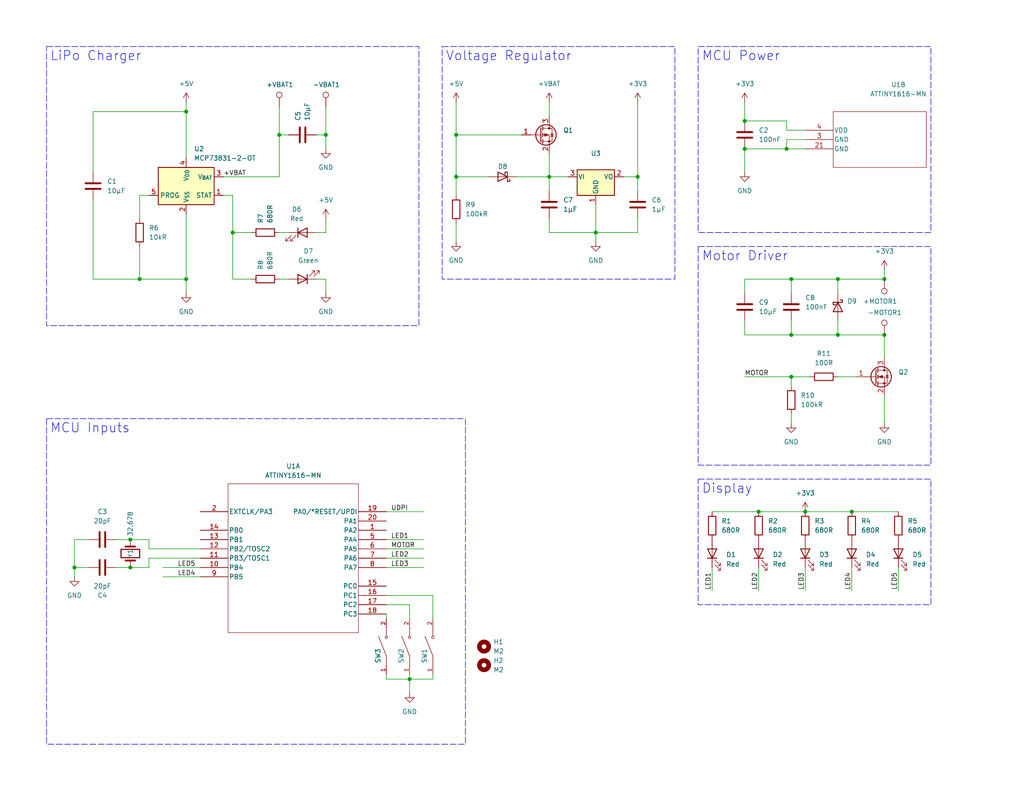
<source format=kicad_sch>
(kicad_sch (version 20250114) (generator "eeschema") (generator_version "9.0")
  (paper "USLetter")
  (title_block (title "Wearable Metronome") (rev "1") (company "Max Tarver Industries"))
  (lib_symbols
    (symbol "ATTINY1616-MN:ATTINY1616-MN" (pin_names (offset 0.254))
      (property "Reference" "U1" (at 25.4 12.446 0))
      (property "Value" "ATTINY1616-MN" (at 25.4 9.906 0))
      (symbol "ATTINY1616-MN_1_1"
        (polyline (pts (xy 7.62 7.62) (xy 7.62 -33.02)) (stroke (width 0.127)))
        (polyline (pts (xy 7.62 -33.02) (xy 43.18 -33.02)) (stroke (width 0.127)))
        (polyline (pts (xy 43.18 7.62) (xy 7.62 7.62)) (stroke (width 0.127)))
        (polyline (pts (xy 43.18 -33.02) (xy 43.18 7.62)) (stroke (width 0.127)))
        (pin bidirectional line (at 0 0 0) (length 7.62) (name "EXTCLK/PA3") (number "2"))
        (pin bidirectional line (at 0 -5.08 0) (length 7.62) (name "PB0") (number "14"))
        (pin bidirectional line (at 0 -7.62 0) (length 7.62) (name "PB1") (number "13"))
        (pin bidirectional line (at 0 -10.16 0) (length 7.62) (name "PB2/TOSC2") (number "12"))
        (pin bidirectional line (at 0 -12.7 0) (length 7.62) (name "PB3/TOSC1") (number "11"))
        (pin bidirectional line (at 0 -15.24 0) (length 7.62) (name "PB4") (number "10"))
        (pin bidirectional line (at 0 -17.78 0) (length 7.62) (name "PB5") (number "9"))
        (pin bidirectional line (at 50.8 0 180) (length 7.62) (name "PA0/*RESET/UPDI") (number "19"))
        (pin bidirectional line (at 50.8 -2.54 180) (length 7.62) (name "PA1") (number "20"))
        (pin bidirectional line (at 50.8 -5.08 180) (length 7.62) (name "PA2") (number "1"))
        (pin bidirectional line (at 50.8 -7.62 180) (length 7.62) (name "PA4") (number "5"))
        (pin bidirectional line (at 50.8 -10.16 180) (length 7.62) (name "PA5") (number "6"))
        (pin bidirectional line (at 50.8 -12.7 180) (length 7.62) (name "PA6") (number "7"))
        (pin bidirectional line (at 50.8 -15.24 180) (length 7.62) (name "PA7") (number "8"))
        (pin bidirectional line (at 50.8 -20.32 180) (length 7.62) (name "PC0") (number "15"))
        (pin bidirectional line (at 50.8 -22.86 180) (length 7.62) (name "PC1") (number "16"))
        (pin bidirectional line (at 50.8 -25.4 180) (length 7.62) (name "PC2") (number "17"))
        (pin bidirectional line (at 50.8 -27.94 180) (length 7.62) (name "PC3") (number "18"))
      )
      (symbol "ATTINY1616-MN_2_1"
        (polyline (pts (xy 7.62 5.08) (xy 7.62 -10.16)) (stroke (width 0.127)))
        (polyline (pts (xy 7.62 -10.16) (xy 33.02 -10.16)) (stroke (width 0.127)))
        (polyline (pts (xy 33.02 5.08) (xy 7.62 5.08)) (stroke (width 0.127)))
        (polyline (pts (xy 33.02 -10.16) (xy 33.02 5.08)) (stroke (width 0.127)))
        (pin power_in line (at 0 0 0) (length 7.62) (name "VDD") (number "4"))
        (pin power_out line (at 0 -2.54 0) (length 7.62) (name "GND") (number "3"))
        (pin power_out line (at 0 -5.08 0) (length 7.62) (name "GND") (number "21"))
      )
    )
    (symbol "ATTINY1616-MN_1" (pin_names (offset 0.254))
      (property "Reference" "U1" (at 25.4 12.446 0))
      (property "Value" "ATTINY1616-MN" (at 25.4 9.906 0))
      (symbol "ATTINY1616-MN_1_1_1"
        (polyline (pts (xy 7.62 7.62) (xy 7.62 -33.02)) (stroke (width 0.127)))
        (polyline (pts (xy 7.62 -33.02) (xy 43.18 -33.02)) (stroke (width 0.127)))
        (polyline (pts (xy 43.18 7.62) (xy 7.62 7.62)) (stroke (width 0.127)))
        (polyline (pts (xy 43.18 -33.02) (xy 43.18 7.62)) (stroke (width 0.127)))
        (pin bidirectional line (at 0 0 0) (length 7.62) (name "EXTCLK/PA3") (number "2"))
        (pin bidirectional line (at 0 -5.08 0) (length 7.62) (name "PB0") (number "14"))
        (pin bidirectional line (at 0 -7.62 0) (length 7.62) (name "PB1") (number "13"))
        (pin bidirectional line (at 0 -10.16 0) (length 7.62) (name "PB2/TOSC2") (number "12"))
        (pin bidirectional line (at 0 -12.7 0) (length 7.62) (name "PB3/TOSC1") (number "11"))
        (pin bidirectional line (at 0 -15.24 0) (length 7.62) (name "PB4") (number "10"))
        (pin bidirectional line (at 0 -17.78 0) (length 7.62) (name "PB5") (number "9"))
        (pin bidirectional line (at 50.8 0 180) (length 7.62) (name "PA0/*RESET/UPDI") (number "19"))
        (pin bidirectional line (at 50.8 -2.54 180) (length 7.62) (name "PA1") (number "20"))
        (pin bidirectional line (at 50.8 -5.08 180) (length 7.62) (name "PA2") (number "1"))
        (pin bidirectional line (at 50.8 -7.62 180) (length 7.62) (name "PA4") (number "5"))
        (pin bidirectional line (at 50.8 -10.16 180) (length 7.62) (name "PA5") (number "6"))
        (pin bidirectional line (at 50.8 -12.7 180) (length 7.62) (name "PA6") (number "7"))
        (pin bidirectional line (at 50.8 -15.24 180) (length 7.62) (name "PA7") (number "8"))
        (pin bidirectional line (at 50.8 -20.32 180) (length 7.62) (name "PC0") (number "15"))
        (pin bidirectional line (at 50.8 -22.86 180) (length 7.62) (name "PC1") (number "16"))
        (pin bidirectional line (at 50.8 -25.4 180) (length 7.62) (name "PC2") (number "17"))
        (pin bidirectional line (at 50.8 -27.94 180) (length 7.62) (name "PC3") (number "18"))
      )
      (symbol "ATTINY1616-MN_1_2_1"
        (polyline (pts (xy 7.62 5.08) (xy 7.62 -10.16)) (stroke (width 0.127)))
        (polyline (pts (xy 7.62 -10.16) (xy 33.02 -10.16)) (stroke (width 0.127)))
        (polyline (pts (xy 33.02 5.08) (xy 7.62 5.08)) (stroke (width 0.127)))
        (polyline (pts (xy 33.02 -10.16) (xy 33.02 5.08)) (stroke (width 0.127)))
        (pin power_in line (at 0 0 0) (length 7.62) (name "VDD") (number "4"))
        (pin power_out line (at 0 -2.54 0) (length 7.62) (name "GND") (number "3"))
        (pin power_out line (at 0 -5.08 0) (length 7.62) (name "GND") (number "21"))
      )
    )
    (symbol "Battery_Management:MCP73831-2-OT"
      (property "Reference" "U" (at -7.62 6.35 0))
      (property "Value" "MCP73831-2-OT" (at 1.27 6.35 0))
      (symbol "MCP73831-2-OT_0_1"
        (rectangle (start -7.62 5.08) (end 7.62 -5.08) (stroke (width 0.254)) (fill (type background)))
      )
      (symbol "MCP73831-2-OT_1_1"
        (pin input line (at -10.16 -2.54 0) (length 2.54) (name "PROG") (number "5"))
        (pin power_in line (at 0 7.62 270) (length 2.54) (name "V_{DD}") (number "4"))
        (pin power_in line (at 0 -7.62 90) (length 2.54) (name "V_{SS}") (number "2"))
        (pin power_out line (at 10.16 2.54 180) (length 2.54) (name "V_{BAT}") (number "3"))
        (pin tri_state line (at 10.16 -2.54 180) (length 2.54) (name "STAT") (number "1"))
      )
    )
    (symbol "Connector:TestPoint" (pin_numbers (hide yes)) (pin_names (offset 0.762) (hide yes))
      (property "Reference" "TP" (at 0 6.858 0))
      (property "Value" "TestPoint" (at 0 5.08 0))
      (symbol "TestPoint_0_1"
        (circle (center 0 3.302) (radius 0.762))
      )
      (symbol "TestPoint_1_1"
        (pin passive line (at 0 0 90) (length 2.54) (name "1") (number "1"))
      )
    )
    (symbol "Device:C" (pin_numbers (hide yes)) (pin_names (offset 0.254))
      (property "Reference" "C" (at 0.635 2.54 0))
      (property "Value" "C" (at 0.635 -2.54 0))
      (symbol "C_0_1"
        (polyline (pts (xy -2.032 0.762) (xy 2.032 0.762)) (stroke (width 0.508)))
        (polyline (pts (xy -2.032 -0.762) (xy 2.032 -0.762)) (stroke (width 0.508)))
      )
      (symbol "C_1_1"
        (pin passive line (at 0 3.81 270) (length 2.794) (name "~") (number "1"))
        (pin passive line (at 0 -3.81 90) (length 2.794) (name "~") (number "2"))
      )
    )
    (symbol "Device:Crystal" (pin_numbers (hide yes)) (pin_names (offset 1.016) (hide yes))
      (property "Reference" "Y" (at 0 3.81 0))
      (property "Value" "Crystal" (at 0 -3.81 0))
      (symbol "Crystal_0_1"
        (polyline (pts (xy -2.54 0) (xy -1.905 0)))
        (polyline (pts (xy -1.905 -1.27) (xy -1.905 1.27)) (stroke (width 0.508)))
        (rectangle (start -1.143 2.54) (end 1.143 -2.54) (stroke (width 0.3048)))
        (polyline (pts (xy 1.905 -1.27) (xy 1.905 1.27)) (stroke (width 0.508)))
        (polyline (pts (xy 2.54 0) (xy 1.905 0)))
      )
      (symbol "Crystal_1_1"
        (pin passive line (at -3.81 0 0) (length 1.27) (name "1") (number "1"))
        (pin passive line (at 3.81 0 180) (length 1.27) (name "2") (number "2"))
      )
    )
    (symbol "Device:D_Schottky" (pin_numbers (hide yes)) (pin_names (offset 1.016) (hide yes))
      (property "Reference" "D" (at 0 2.54 0))
      (property "Value" "D_Schottky" (at 0 -2.54 0))
      (symbol "D_Schottky_0_1"
        (polyline (pts (xy -1.905 0.635) (xy -1.905 1.27) (xy -1.27 1.27) (xy -1.27 -1.27) (xy -0.635 -1.27) (xy -0.635 -0.635)) (stroke (width 0.254)))
        (polyline (pts (xy 1.27 1.27) (xy 1.27 -1.27) (xy -1.27 0) (xy 1.27 1.27)) (stroke (width 0.254)))
        (polyline (pts (xy 1.27 0) (xy -1.27 0)))
      )
      (symbol "D_Schottky_1_1"
        (pin passive line (at -3.81 0 0) (length 2.54) (name "K") (number "1"))
        (pin passive line (at 3.81 0 180) (length 2.54) (name "A") (number "2"))
      )
    )
    (symbol "Device:LED" (pin_numbers (hide yes)) (pin_names (offset 1.016) (hide yes))
      (property "Reference" "D" (at 0 2.54 0))
      (property "Value" "LED" (at 0 -2.54 0))
      (symbol "LED_0_1"
        (polyline (pts (xy -3.048 -0.762) (xy -4.572 -2.286) (xy -3.81 -2.286) (xy -4.572 -2.286) (xy -4.572 -1.524)))
        (polyline (pts (xy -1.778 -0.762) (xy -3.302 -2.286) (xy -2.54 -2.286) (xy -3.302 -2.286) (xy -3.302 -1.524)))
        (polyline (pts (xy -1.27 0) (xy 1.27 0)))
        (polyline (pts (xy -1.27 -1.27) (xy -1.27 1.27)) (stroke (width 0.254)))
        (polyline (pts (xy 1.27 -1.27) (xy 1.27 1.27) (xy -1.27 0) (xy 1.27 -1.27)) (stroke (width 0.254)))
      )
      (symbol "LED_1_1"
        (pin passive line (at -3.81 0 0) (length 2.54) (name "K") (number "1"))
        (pin passive line (at 3.81 0 180) (length 2.54) (name "A") (number "2"))
      )
    )
    (symbol "Device:R" (pin_numbers (hide yes)) (pin_names (offset 0))
      (property "Reference" "R" (at 2.032 0 90))
      (property "Value" "R" (at 0 0 90))
      (symbol "R_0_1"
        (rectangle (start -1.016 -2.54) (end 1.016 2.54) (stroke (width 0.254)))
      )
      (symbol "R_1_1"
        (pin passive line (at 0 3.81 270) (length 1.27) (name "~") (number "1"))
        (pin passive line (at 0 -3.81 90) (length 1.27) (name "~") (number "2"))
      )
    )
    (symbol "Mechanical:MountingHole" (pin_names (offset 1.016)) (in_bom no)
      (property "Reference" "H" (at 0 5.08 0))
      (property "Value" "MountingHole" (at 0 3.175 0))
      (symbol "MountingHole_0_1"
        (circle (center 0 0) (radius 1.27) (stroke (width 1.27)))
      )
    )
    (symbol "Regulator_Linear:XC6206PxxxMR" (pin_names (offset 0.254))
      (property "Reference" "U" (at -3.81 3.175 0))
      (property "Value" "XC6206PxxxMR" (at 0 3.175 0))
      (symbol "XC6206PxxxMR_0_1"
        (rectangle (start -5.08 1.905) (end 5.08 -5.08) (stroke (width 0.254)) (fill (type background)))
      )
      (symbol "XC6206PxxxMR_1_1"
        (pin power_in line (at -7.62 0 0) (length 2.54) (name "VI") (number "3"))
        (pin power_in line (at 0 -7.62 90) (length 2.54) (name "GND") (number "1"))
        (pin power_out line (at 7.62 0 180) (length 2.54) (name "VO") (number "2"))
      )
    )
    (symbol "TS-1088-AR02016:TS-1088-AR02016" (pin_names (offset 1.016))
      (property "Reference" "S" (at -2.54 2.54 0))
      (property "Value" "TS-1088-AR02016" (at -2.54 -2.54 0))
      (symbol "TS-1088-AR02016_0_0"
        (polyline (pts (xy -2.54 0) (xy -5.08 0)) (stroke (width 0.1524)))
        (polyline (pts (xy -2.54 0) (xy 2.794 2.1336)) (stroke (width 0.1524)))
        (circle (center 2.54 0) (radius 0.3302) (stroke (width 0.1524)))
        (polyline (pts (xy 5.08 0) (xy 2.921 0)) (stroke (width 0.1524)))
        (pin passive line (at -7.62 0 0) (length 2.54) (name "~") (number "1"))
        (pin passive line (at 7.62 0 180) (length 2.54) (name "~") (number "2"))
      )
    )
    (symbol "Transistor_FET:AO3400A" (pin_names (offset 0) (hide yes))
      (property "Reference" "Q" (at 5.08 1.905 0))
      (property "Value" "AO3400A" (at 5.08 0 0))
      (symbol "AO3400A_0_1"
        (polyline (pts (xy 0.254 1.905) (xy 0.254 -1.905)) (stroke (width 0.254)))
        (polyline (pts (xy 0.254 0) (xy -2.54 0)))
        (polyline (pts (xy 0.762 2.286) (xy 0.762 1.27)) (stroke (width 0.254)))
        (polyline (pts (xy 0.762 0.508) (xy 0.762 -0.508)) (stroke (width 0.254)))
        (polyline (pts (xy 0.762 -1.27) (xy 0.762 -2.286)) (stroke (width 0.254)))
        (polyline (pts (xy 0.762 -1.778) (xy 3.302 -1.778) (xy 3.302 1.778) (xy 0.762 1.778)))
        (polyline (pts (xy 1.016 0) (xy 2.032 0.381) (xy 2.032 -0.381) (xy 1.016 0)) (fill (type outline)))
        (circle (center 1.651 0) (radius 2.794) (stroke (width 0.254)))
        (polyline (pts (xy 2.54 2.54) (xy 2.54 1.778)))
        (circle (center 2.54 1.778) (radius 0.254) (fill (type outline)))
        (circle (center 2.54 -1.778) (radius 0.254) (fill (type outline)))
        (polyline (pts (xy 2.54 -2.54) (xy 2.54 0) (xy 0.762 0)))
        (polyline (pts (xy 2.921 0.381) (xy 3.683 0.381)))
        (polyline (pts (xy 3.302 0.381) (xy 2.921 -0.254) (xy 3.683 -0.254) (xy 3.302 0.381)))
      )
      (symbol "AO3400A_1_1"
        (pin input line (at -5.08 0 0) (length 2.54) (name "G") (number "1"))
        (pin passive line (at 2.54 5.08 270) (length 2.54) (name "D") (number "3"))
        (pin passive line (at 2.54 -5.08 90) (length 2.54) (name "S") (number "2"))
      )
    )
    (symbol "Transistor_FET:AO3401A" (pin_names (hide yes))
      (property "Reference" "Q" (at 5.08 1.905 0))
      (property "Value" "AO3401A" (at 5.08 0 0))
      (symbol "AO3401A_0_1"
        (polyline (pts (xy 0.254 1.905) (xy 0.254 -1.905)) (stroke (width 0.254)))
        (polyline (pts (xy 0.254 0) (xy -2.54 0)))
        (polyline (pts (xy 0.762 2.286) (xy 0.762 1.27)) (stroke (width 0.254)))
        (polyline (pts (xy 0.762 1.778) (xy 3.302 1.778) (xy 3.302 -1.778) (xy 0.762 -1.778)))
        (polyline (pts (xy 0.762 0.508) (xy 0.762 -0.508)) (stroke (width 0.254)))
        (polyline (pts (xy 0.762 -1.27) (xy 0.762 -2.286)) (stroke (width 0.254)))
        (circle (center 1.651 0) (radius 2.794) (stroke (width 0.254)))
        (polyline (pts (xy 2.286 0) (xy 1.27 0.381) (xy 1.27 -0.381) (xy 2.286 0)) (fill (type outline)))
        (polyline (pts (xy 2.54 2.54) (xy 2.54 1.778)))
        (circle (center 2.54 1.778) (radius 0.254) (fill (type outline)))
        (circle (center 2.54 -1.778) (radius 0.254) (fill (type outline)))
        (polyline (pts (xy 2.54 -2.54) (xy 2.54 0) (xy 0.762 0)))
        (polyline (pts (xy 2.794 -0.508) (xy 2.921 -0.381) (xy 3.683 -0.381) (xy 3.81 -0.254)))
        (polyline (pts (xy 3.302 -0.381) (xy 2.921 0.254) (xy 3.683 0.254) (xy 3.302 -0.381)))
      )
      (symbol "AO3401A_1_1"
        (pin input line (at -5.08 0 0) (length 2.54) (name "G") (number "1"))
        (pin passive line (at 2.54 5.08 270) (length 2.54) (name "D") (number "3"))
        (pin passive line (at 2.54 -5.08 90) (length 2.54) (name "S") (number "2"))
      )
    )
    (symbol "power:+3V3" (power) (pin_numbers (hide yes)) (pin_names (offset 0) (hide yes))
      (property "Value" "+3V3" (at 0 3.556 0))
      (symbol "+3V3_0_1"
        (polyline (pts (xy -0.762 1.27) (xy 0 2.54)))
        (polyline (pts (xy 0 2.54) (xy 0.762 1.27)))
        (polyline (pts (xy 0 0) (xy 0 2.54)))
      )
      (symbol "+3V3_1_1"
        (pin power_in line (at 0 0 90) (length 0) (name "~") (number "1"))
      )
    )
    (symbol "power:+5V" (power) (pin_numbers (hide yes)) (pin_names (offset 0) (hide yes))
      (property "Value" "+5V" (at 0 3.556 0))
      (symbol "+5V_0_1"
        (polyline (pts (xy -0.762 1.27) (xy 0 2.54)))
        (polyline (pts (xy 0 2.54) (xy 0.762 1.27)))
        (polyline (pts (xy 0 0) (xy 0 2.54)))
      )
      (symbol "+5V_1_1"
        (pin power_in line (at 0 0 90) (length 0) (name "~") (number "1"))
      )
    )
    (symbol "power:GND" (power) (pin_numbers (hide yes)) (pin_names (offset 0) (hide yes))
      (property "Value" "GND" (at 0 -3.81 0))
      (symbol "GND_0_1"
        (polyline (pts (xy 0 0) (xy 0 -1.27) (xy 1.27 -1.27) (xy 0 -2.54) (xy -1.27 -1.27) (xy 0 -1.27)))
      )
      (symbol "GND_1_1"
        (pin power_in line (at 0 0 270) (length 0) (name "~") (number "1"))
      )
    )
  )
  (text_box "MCU Inputs" (at 12.7 114.3 0) (size 114.3 88.9) (margins 0.9525 0.9525 0.9525 0.9525) (stroke (width 0) (type dash)) (effects (font (size 2.54 2.54)) (justify left top)))
  (text_box "Display" (at 190.5 130.81 0) (size 63.5 34.29) (margins 0.9525 0.9525 0.9525 0.9525) (stroke (width 0) (type dash)) (effects (font (size 2.54 2.54)) (justify left top)))
  (text_box "LiPo Charger" (at 12.7 12.7 0) (size 101.6 76.2) (margins 0.9525 0.9525 0.9525 0.9525) (stroke (width 0) (type dash)) (effects (font (size 2.54 2.54)) (justify left top)))
  (text_box "MCU Power" (at 190.5 12.7 0) (size 63.5 50.8) (margins 0.9525 0.9525 0.9525 0.9525) (stroke (width 0) (type dash)) (effects (font (size 2.54 2.54)) (justify left top)))
  (text_box "Voltage Regulator" (at 120.65 12.7 0) (size 63.5 63.5) (margins 0.9525 0.9525 0.9525 0.9525) (stroke (width 0) (type dash)) (effects (font (size 2.54 2.54)) (justify left top)))
  (text_box "Motor Driver" (at 190.5 67.31 0) (size 63.5 59.69) (margins 0.9525 0.9525 0.9525 0.9525) (stroke (width 0) (type dash)) (effects (font (size 2.54 2.54)) (justify left top)))
  (junction (at 207.01 139.7))
  (junction (at 203.2 33.02))
  (junction (at 38.1 76.2))
  (junction (at 50.8 76.2))
  (junction (at 76.2 36.83))
  (junction (at 124.46 48.26))
  (junction (at 228.6 76.2))
  (junction (at 203.2 40.64))
  (junction (at 63.5 63.5))
  (junction (at 88.9 36.83))
  (junction (at 111.76 185.42))
  (junction (at 149.86 48.26))
  (junction (at 35.56 154.94))
  (junction (at 162.56 63.5))
  (junction (at 241.3 76.2))
  (junction (at 173.99 48.26))
  (junction (at 50.8 30.48))
  (junction (at 215.9 91.44))
  (junction (at 20.32 154.94))
  (junction (at 241.3 91.44))
  (junction (at 124.46 36.83))
  (junction (at 232.41 139.7))
  (junction (at 35.56 147.32))
  (junction (at 215.9 76.2))
  (junction (at 214.63 40.64))
  (junction (at 228.6 91.44))
  (junction (at 219.71 139.7))
  (junction (at 215.9 102.87))
  (wire (pts (xy 105.41 162.56) (xy 118.11 162.56)))
  (wire (pts (xy 241.3 73.66) (xy 241.3 76.2)))
  (wire (pts (xy 105.41 165.1) (xy 111.76 165.1)))
  (wire (pts (xy 50.8 27.94) (xy 50.8 30.48)))
  (wire (pts (xy 54.61 154.94) (xy 44.45 154.94)))
  (wire (pts (xy 149.86 48.26) (xy 154.94 48.26)))
  (wire (pts (xy 20.32 147.32) (xy 24.13 147.32)))
  (wire (pts (xy 149.86 41.91) (xy 149.86 48.26)))
  (wire (pts (xy 214.63 35.56) (xy 214.63 33.02)))
  (wire (pts (xy 215.9 76.2) (xy 215.9 80.01)))
  (wire (pts (xy 219.71 35.56) (xy 214.63 35.56)))
  (wire (pts (xy 162.56 55.88) (xy 162.56 63.5)))
  (wire (pts (xy 203.2 87.63) (xy 203.2 91.44)))
  (wire (pts (xy 215.9 87.63) (xy 215.9 91.44)))
  (wire (pts (xy 63.5 53.34) (xy 63.5 63.5)))
  (wire (pts (xy 219.71 139.7) (xy 207.01 139.7)))
  (wire (pts (xy 88.9 36.83) (xy 88.9 29.21)))
  (wire (pts (xy 215.9 76.2) (xy 228.6 76.2)))
  (wire (pts (xy 173.99 63.5) (xy 173.99 59.69)))
  (wire (pts (xy 50.8 30.48) (xy 25.4 30.48)))
  (wire (pts (xy 219.71 154.94) (xy 219.71 161.29)))
  (wire (pts (xy 232.41 139.7) (xy 245.11 139.7)))
  (wire (pts (xy 162.56 63.5) (xy 173.99 63.5)))
  (wire (pts (xy 203.2 102.87) (xy 215.9 102.87)))
  (wire (pts (xy 124.46 48.26) (xy 133.35 48.26)))
  (wire (pts (xy 31.75 154.94) (xy 35.56 154.94)))
  (wire (pts (xy 124.46 60.96) (xy 124.46 66.04)))
  (wire (pts (xy 105.41 147.32) (xy 115.57 147.32)))
  (wire (pts (xy 50.8 58.42) (xy 50.8 76.2)))
  (wire (pts (xy 215.9 91.44) (xy 228.6 91.44)))
  (wire (pts (xy 228.6 87.63) (xy 228.6 91.44)))
  (wire (pts (xy 241.3 107.95) (xy 241.3 115.57)))
  (wire (pts (xy 124.46 36.83) (xy 142.24 36.83)))
  (wire (pts (xy 124.46 48.26) (xy 124.46 53.34)))
  (wire (pts (xy 25.4 30.48) (xy 25.4 46.99)))
  (wire (pts (xy 86.36 36.83) (xy 88.9 36.83)))
  (wire (pts (xy 203.2 46.99) (xy 203.2 40.64)))
  (wire (pts (xy 20.32 154.94) (xy 24.13 154.94)))
  (wire (pts (xy 118.11 184.15) (xy 118.11 185.42)))
  (wire (pts (xy 25.4 76.2) (xy 38.1 76.2)))
  (wire (pts (xy 31.75 147.32) (xy 35.56 147.32)))
  (wire (pts (xy 203.2 27.94) (xy 203.2 33.02)))
  (wire (pts (xy 214.63 40.64) (xy 219.71 40.64)))
  (wire (pts (xy 76.2 36.83) (xy 76.2 48.26)))
  (wire (pts (xy 207.01 139.7) (xy 194.31 139.7)))
  (wire (pts (xy 214.63 40.64) (xy 214.63 38.1)))
  (wire (pts (xy 149.86 63.5) (xy 162.56 63.5)))
  (wire (pts (xy 111.76 185.42) (xy 111.76 189.23)))
  (wire (pts (xy 149.86 27.94) (xy 149.86 31.75)))
  (wire (pts (xy 232.41 154.94) (xy 232.41 161.29)))
  (wire (pts (xy 38.1 76.2) (xy 50.8 76.2)))
  (wire (pts (xy 40.64 149.86) (xy 54.61 149.86)))
  (wire (pts (xy 105.41 152.4) (xy 115.57 152.4)))
  (wire (pts (xy 149.86 48.26) (xy 149.86 52.07)))
  (wire (pts (xy 203.2 80.01) (xy 203.2 76.2)))
  (wire (pts (xy 214.63 38.1) (xy 219.71 38.1)))
  (wire (pts (xy 111.76 185.42) (xy 105.41 185.42)))
  (wire (pts (xy 124.46 36.83) (xy 124.46 48.26)))
  (wire (pts (xy 124.46 27.94) (xy 124.46 36.83)))
  (wire (pts (xy 76.2 36.83) (xy 78.74 36.83)))
  (wire (pts (xy 219.71 139.7) (xy 232.41 139.7)))
  (wire (pts (xy 76.2 48.26) (xy 60.96 48.26)))
  (wire (pts (xy 118.11 162.56) (xy 118.11 168.91)))
  (wire (pts (xy 63.5 63.5) (xy 63.5 76.2)))
  (wire (pts (xy 170.18 48.26) (xy 173.99 48.26)))
  (wire (pts (xy 105.41 167.64) (xy 105.41 168.91)))
  (wire (pts (xy 105.41 149.86) (xy 115.57 149.86)))
  (wire (pts (xy 88.9 36.83) (xy 88.9 40.64)))
  (wire (pts (xy 228.6 102.87) (xy 233.68 102.87)))
  (wire (pts (xy 54.61 157.48) (xy 44.45 157.48)))
  (wire (pts (xy 76.2 63.5) (xy 78.74 63.5)))
  (wire (pts (xy 63.5 53.34) (xy 60.96 53.34)))
  (wire (pts (xy 105.41 184.15) (xy 105.41 185.42)))
  (wire (pts (xy 40.64 154.94) (xy 40.64 152.4)))
  (wire (pts (xy 214.63 33.02) (xy 203.2 33.02)))
  (wire (pts (xy 38.1 67.31) (xy 38.1 76.2)))
  (wire (pts (xy 50.8 80.01) (xy 50.8 76.2)))
  (wire (pts (xy 149.86 59.69) (xy 149.86 63.5)))
  (wire (pts (xy 203.2 76.2) (xy 215.9 76.2)))
  (wire (pts (xy 111.76 165.1) (xy 111.76 168.91)))
  (wire (pts (xy 228.6 91.44) (xy 241.3 91.44)))
  (wire (pts (xy 50.8 30.48) (xy 50.8 43.18)))
  (wire (pts (xy 241.3 91.44) (xy 241.3 97.79)))
  (wire (pts (xy 78.74 76.2) (xy 76.2 76.2)))
  (wire (pts (xy 162.56 63.5) (xy 162.56 66.04)))
  (wire (pts (xy 194.31 154.94) (xy 194.31 161.29)))
  (wire (pts (xy 215.9 105.41) (xy 215.9 102.87)))
  (wire (pts (xy 38.1 59.69) (xy 38.1 53.34)))
  (wire (pts (xy 35.56 154.94) (xy 40.64 154.94)))
  (wire (pts (xy 40.64 152.4) (xy 54.61 152.4)))
  (wire (pts (xy 88.9 63.5) (xy 86.36 63.5)))
  (wire (pts (xy 140.97 48.26) (xy 149.86 48.26)))
  (wire (pts (xy 245.11 154.94) (xy 245.11 161.29)))
  (wire (pts (xy 111.76 184.15) (xy 111.76 185.42)))
  (wire (pts (xy 111.76 185.42) (xy 118.11 185.42)))
  (wire (pts (xy 215.9 113.03) (xy 215.9 115.57)))
  (wire (pts (xy 105.41 139.7) (xy 115.57 139.7)))
  (wire (pts (xy 207.01 154.94) (xy 207.01 161.29)))
  (wire (pts (xy 215.9 102.87) (xy 220.98 102.87)))
  (wire (pts (xy 203.2 40.64) (xy 214.63 40.64)))
  (wire (pts (xy 88.9 76.2) (xy 86.36 76.2)))
  (wire (pts (xy 20.32 157.48) (xy 20.32 154.94)))
  (wire (pts (xy 25.4 54.61) (xy 25.4 76.2)))
  (wire (pts (xy 105.41 154.94) (xy 115.57 154.94)))
  (wire (pts (xy 63.5 63.5) (xy 68.58 63.5)))
  (wire (pts (xy 40.64 147.32) (xy 40.64 149.86)))
  (wire (pts (xy 88.9 59.69) (xy 88.9 63.5)))
  (wire (pts (xy 228.6 80.01) (xy 228.6 76.2)))
  (wire (pts (xy 38.1 53.34) (xy 40.64 53.34)))
  (wire (pts (xy 203.2 91.44) (xy 215.9 91.44)))
  (wire (pts (xy 173.99 48.26) (xy 173.99 52.07)))
  (wire (pts (xy 228.6 76.2) (xy 241.3 76.2)))
  (wire (pts (xy 88.9 80.01) (xy 88.9 76.2)))
  (wire (pts (xy 20.32 147.32) (xy 20.32 154.94)))
  (wire (pts (xy 76.2 29.21) (xy 76.2 36.83)))
  (wire (pts (xy 35.56 147.32) (xy 40.64 147.32)))
  (wire (pts (xy 63.5 76.2) (xy 68.58 76.2)))
  (wire (pts (xy 173.99 27.94) (xy 173.99 48.26)))
  (label "LED5" (at 245.11 156.21 270))
  (label "LED1" (at 106.68 147.32 0))
  (label "LED1" (at 194.31 156.21 270))
  (label "+VBAT" (at 60.96 48.26 0))
  (label "LED3" (at 106.68 154.94 0))
  (label "MOTOR" (at 203.2 102.87 0))
  (label "LED4" (at 53.34 157.48 180))
  (label "LED3" (at 219.71 156.21 270))
  (label "UDPI" (at 106.68 139.7 0))
  (label "LED4" (at 232.41 156.21 270))
  (label "LED5" (at 53.34 154.94 180))
  (label "LED2" (at 207.01 156.21 270))
  (label "MOTOR" (at 106.68 149.86 0))
  (label "LED2" (at 106.68 152.4 0))
  (symbol (lib_name "ATTINY1616-MN_1") (lib_id "ATTINY1616-MN:ATTINY1616-MN") (at 54.61 139.7 0) (unit 1)
    (property "Reference" "U1" (at 80.01 127.254 0))
    (property "Value" "ATTINY1616-MN" (at 80.01 129.794 0))
    (property "Footprint" "ATTINY1616-MR:VQFN20_REB_MCH" (effects (hide yes)))
    (property "Datasheet" "ATTINY1616-MN" (effects (hide yes)))
  )
  (symbol (lib_id "power:+5V") (at 88.9 59.69 0) (unit 1)
    (property "Reference" "#PWR08" (effects (hide yes)))
    (property "Value" "+5V" (at 88.9 54.61 0))
    (property "Description" "Power symbol creates a global label with name \"+5V\"" (effects (hide yes)))
  )
  (symbol (lib_id "Device:LED") (at 194.31 151.13 90) (unit 1)
    (property "Reference" "D1" (at 198.12 151.4474 90) (effects (justify right)))
    (property "Value" "Red" (at 198.12 153.9874 90) (effects (justify right)))
    (property "Footprint" "LED_SMD:LED_0402_1005Metric" (effects (hide yes)))
    (property "Description" "Light emitting diode" (effects (hide yes)))
    (property "Sim.Pins" "1=K 2=A" (effects (hide yes)))
  )
  (symbol (lib_id "power:+3V3") (at 203.2 27.94 0) (unit 1)
    (property "Reference" "#PWR02" (effects (hide yes)))
    (property "Value" "+3V3" (at 203.2 22.86 0))
    (property "Description" "Power symbol creates a global label with name \"+3V3\"" (effects (hide yes)))
  )
  (symbol (lib_id "Device:Crystal") (at 35.56 151.13 90) (unit 1)
    (property "Reference" "Y1" (at 35.56 151.13 0))
    (property "Value" "32.678" (at 35.56 143.002 0))
    (property "Footprint" "Crystal:Crystal_SMD_3215-2Pin_3.2x1.5mm" (effects (hide yes)))
    (property "Description" "Two pin crystal" (effects (hide yes)))
  )
  (symbol (lib_id "Transistor_FET:AO3400A") (at 238.76 102.87 0) (unit 1)
    (property "Reference" "Q2" (at 245.11 101.5999 0) (effects (justify left)))
    (property "Value" "AO3400A" (effects (hide yes)))
    (property "Footprint" "Package_TO_SOT_SMD:SOT-23" (effects (hide yes)))
    (property "Datasheet" "http://www.aosmd.com/pdfs/datasheet/AO3400A.pdf" (effects (hide yes)))
    (property "Description" "30V Vds, 5.7A Id, N-Channel MOSFET, SOT-23" (effects (hide yes)))
  )
  (symbol (lib_id "Device:LED") (at 82.55 76.2 180) (unit 1)
    (property "Reference" "D7" (at 84.1375 68.58 0))
    (property "Value" "Green" (at 84.1375 71.12 0))
    (property "Footprint" "LED_SMD:LED_0402_1005Metric" (effects (hide yes)))
    (property "Description" "Light emitting diode" (effects (hide yes)))
    (property "Sim.Pins" "1=K 2=A" (effects (hide yes)))
  )
  (symbol (lib_id "Connector:TestPoint") (at 76.2 29.21 0) (unit 1)
    (property "Reference" "+VBAT1" (at 72.644 23.114 0) (effects (justify left)))
    (property "Footprint" "TestPoint:TestPoint_THTPad_1.5x1.5mm_Drill0.7mm" (effects (hide yes)))
    (property "Description" "test point" (effects (hide yes)))
  )
  (symbol (lib_id "TS-1088-AR02016:TS-1088-AR02016") (at 118.11 176.53 90) (unit 1)
    (property "Reference" "SW1" (at 115.824 179.07 0))
    (property "Value" "SW_Push" (effects (hide yes)))
    (property "Footprint" "TS-1088-AR02016:SW_TS-1088-AR02016" (effects (hide yes)))
    (property "Description" "Push button switch, generic, two pins" (effects (hide yes)))
    (property "MF" "Xunpu" (effects (hide yes)))
    (property "MAXIMUM_PACKAGE_HEIGHT" "2.0 mm" (effects (hide yes)))
    (property "Package" "Package" (effects (hide yes)))
    (property "Price" "None" (effects (hide yes)))
    (property "Check_prices" "https://www.snapeda.com/parts/TS-1088-AR02016/Xunpu/view-part/?ref=eda" (effects (hide yes)))
    (property "STANDARD" "Manufacturer Recommendations" (effects (hide yes)))
    (property "PARTREV" "N/A" (effects (hide yes)))
    (property "SnapEDA_Link" "https://www.snapeda.com/parts/TS-1088-AR02016/Xunpu/view-part/?ref=snap" (effects (hide yes)))
    (property "MP" "TS-1088-AR02016" (effects (hide yes)))
    (property "Description_1" "50mA 4mm 100MΩ 100,000 Times 12V 160gf 3mm 2mm Round Button Vertical welding SPST SMD Tactile Switches ROHS" (effects (hide yes)))
    (property "Availability" "Not in stock" (effects (hide yes)))
    (property "MANUFACTURER" "Xunpu" (effects (hide yes)))
  )
  (symbol (lib_id "Connector:TestPoint") (at 88.9 29.21 0) (unit 1)
    (property "Reference" "-VBAT1" (at 85.344 23.114 0) (effects (justify left)))
    (property "Footprint" "TestPoint:TestPoint_THTPad_D1.5mm_Drill0.7mm" (effects (hide yes)))
    (property "Description" "test point" (effects (hide yes)))
  )
  (symbol (lib_id "Device:C") (at 203.2 83.82 0) (unit 1)
    (property "Reference" "C9" (at 207.01 82.5499 0) (effects (justify left)))
    (property "Value" "10μF" (at 207.01 85.0899 0) (effects (justify left)))
    (property "Footprint" "Capacitor_SMD:C_0402_1005Metric" (effects (hide yes)))
    (property "Description" "Unpolarized capacitor" (effects (hide yes)))
  )
  (symbol (lib_id "power:GND") (at 88.9 40.64 0) (unit 1)
    (property "Reference" "#PWR09" (effects (hide yes)))
    (property "Value" "GND" (at 88.9 45.72 0))
    (property "Description" "Power symbol creates a global label with name \"GND\" , ground" (effects (hide yes)))
  )
  (symbol (lib_id "Device:D_Schottky") (at 228.6 83.82 270) (unit 1)
    (property "Reference" "D9" (at 231.14 82.2324 90) (effects (justify left)))
    (property "Value" "D_Schottky" (effects (hide yes)))
    (property "Footprint" "Diode_SMD:D_SOD-123" (effects (hide yes)))
    (property "Description" "Schottky diode" (effects (hide yes)))
  )
  (symbol (lib_id "power:GND") (at 20.32 157.48 0) (unit 1)
    (property "Reference" "#PWR04" (effects (hide yes)))
    (property "Value" "GND" (at 20.32 162.56 0))
    (property "Description" "Power symbol creates a global label with name \"GND\" , ground" (effects (hide yes)))
  )
  (symbol (lib_id "Device:C") (at 149.86 55.88 0) (unit 1)
    (property "Reference" "C7" (at 153.67 54.6099 0) (effects (justify left)))
    (property "Value" "1μF" (at 153.67 57.1499 0) (effects (justify left)))
    (property "Footprint" "Capacitor_SMD:C_0402_1005Metric" (effects (hide yes)))
    (property "Description" "Unpolarized capacitor" (effects (hide yes)))
  )
  (symbol (lib_id "power:GND") (at 50.8 80.01 0) (unit 1)
    (property "Reference" "#PWR07" (effects (hide yes)))
    (property "Value" "GND" (at 50.8 85.09 0))
    (property "Description" "Power symbol creates a global label with name \"GND\" , ground" (effects (hide yes)))
  )
  (symbol (lib_id "Device:C") (at 82.55 36.83 90) (unit 1)
    (property "Reference" "C5" (at 81.2799 33.02 0) (effects (justify left)))
    (property "Value" "10μF" (at 83.8199 33.02 0) (effects (justify left)))
    (property "Footprint" "Capacitor_SMD:C_0402_1005Metric" (effects (hide yes)))
    (property "Description" "Unpolarized capacitor" (effects (hide yes)))
  )
  (symbol (lib_id "power:+3V3") (at 241.3 73.66 0) (unit 1)
    (property "Reference" "#PWR017" (effects (hide yes)))
    (property "Value" "+3V3" (at 241.3 68.58 0))
    (property "Description" "Power symbol creates a global label with name \"+3V3\"" (effects (hide yes)))
  )
  (symbol (lib_id "power:+5V") (at 50.8 27.94 0) (unit 1)
    (property "Reference" "#PWR01" (effects (hide yes)))
    (property "Value" "+5V" (at 50.8 22.86 0))
    (property "Description" "Power symbol creates a global label with name \"+5V\"" (effects (hide yes)))
  )
  (symbol (lib_id "Device:LED") (at 219.71 151.13 90) (unit 1)
    (property "Reference" "D3" (at 223.52 151.4474 90) (effects (justify right)))
    (property "Value" "Red" (at 223.52 153.9874 90) (effects (justify right)))
    (property "Footprint" "LED_SMD:LED_0402_1005Metric" (effects (hide yes)))
    (property "Description" "Light emitting diode" (effects (hide yes)))
    (property "Sim.Pins" "1=K 2=A" (effects (hide yes)))
  )
  (symbol (lib_id "Regulator_Linear:XC6206PxxxMR") (at 162.56 48.26 0) (unit 1)
    (property "Reference" "U3" (at 162.56 41.91 0))
    (property "Value" "XC6206PxxxMR" (effects (hide yes)))
    (property "Footprint" "Package_TO_SOT_SMD:SOT-23-3" (effects (hide yes)))
    (property "Datasheet" "https://www.torexsemi.com/file/xc6206/XC6206.pdf" (effects (hide yes)))
    (property "Description" "Positive 60-250mA Low Dropout Regulator, Fixed Output, SOT-23" (effects (hide yes)))
  )
  (symbol (lib_id "Mechanical:MountingHole") (at 132.08 176.53 0) (unit 1) (in_bom no)
    (property "Reference" "H1" (at 134.62 175.2599 0) (effects (justify left)))
    (property "Value" "M2" (at 134.62 177.7999 0) (effects (justify left)))
    (property "Footprint" "MountingHole:MountingHole_2.2mm_M2" (effects (hide yes)))
    (property "Description" "Mounting Hole without connection" (effects (hide yes)))
  )
  (symbol (lib_id "power:GND") (at 215.9 115.57 0) (unit 1)
    (property "Reference" "#PWR018" (effects (hide yes)))
    (property "Value" "GND" (at 215.9 120.65 0))
    (property "Description" "Power symbol creates a global label with name \"GND\" , ground" (effects (hide yes)))
  )
  (symbol (lib_id "Device:LED") (at 82.55 63.5 0) (unit 1)
    (property "Reference" "D6" (at 80.9625 57.15 0))
    (property "Value" "Red" (at 80.9625 59.69 0))
    (property "Footprint" "LED_SMD:LED_0402_1005Metric" (effects (hide yes)))
    (property "Description" "Light emitting diode" (effects (hide yes)))
    (property "Sim.Pins" "1=K 2=A" (effects (hide yes)))
  )
  (symbol (lib_id "ATTINY1616-MN:ATTINY1616-MN") (at 219.71 35.56 0) (unit 2)
    (property "Reference" "U1" (at 245.11 23.114 0))
    (property "Value" "ATTINY1616-MN" (at 245.11 25.654 0))
    (property "Footprint" "ATTINY1616-MR:VQFN20_REB_MCH" (effects (hide yes)))
    (property "Datasheet" "ATTINY1616-MN" (effects (hide yes)))
  )
  (symbol (lib_id "power:GND") (at 241.3 115.57 0) (unit 1)
    (property "Reference" "#PWR016" (effects (hide yes)))
    (property "Value" "GND" (at 241.3 120.65 0))
    (property "Description" "Power symbol creates a global label with name \"GND\" , ground" (effects (hide yes)))
  )
  (symbol (lib_id "Device:D_Schottky") (at 137.16 48.26 180) (unit 1)
    (property "Reference" "D8" (at 137.16 45.466 0))
    (property "Value" "D_Schottky" (effects (hide yes)))
    (property "Footprint" "Diode_SMD:D_SOD-123" (effects (hide yes)))
    (property "Description" "Schottky diode" (effects (hide yes)))
  )
  (symbol (lib_id "Device:LED") (at 232.41 151.13 90) (unit 1)
    (property "Reference" "D4" (at 236.22 151.4474 90) (effects (justify right)))
    (property "Value" "Red" (at 236.22 153.9874 90) (effects (justify right)))
    (property "Footprint" "LED_SMD:LED_0402_1005Metric" (effects (hide yes)))
    (property "Description" "Light emitting diode" (effects (hide yes)))
    (property "Sim.Pins" "1=K 2=A" (effects (hide yes)))
  )
  (symbol (lib_id "power:+3V3") (at 219.71 139.7 0) (unit 1)
    (property "Reference" "#PWR06" (effects (hide yes)))
    (property "Value" "+3V3" (at 219.71 134.62 0))
    (property "Description" "Power symbol creates a global label with name \"+3V3\"" (effects (hide yes)))
  )
  (symbol (lib_id "Device:R") (at 207.01 143.51 0) (unit 1)
    (property "Reference" "R2" (at 209.55 142.2399 0) (effects (justify left)))
    (property "Value" "680R" (at 209.55 144.7799 0) (effects (justify left)))
    (property "Footprint" "Capacitor_SMD:C_0402_1005Metric" (effects (hide yes)))
    (property "Description" "Resistor" (effects (hide yes)))
  )
  (symbol (lib_id "Device:R") (at 245.11 143.51 0) (unit 1)
    (property "Reference" "R5" (at 247.65 142.2399 0) (effects (justify left)))
    (property "Value" "680R" (at 247.65 144.7799 0) (effects (justify left)))
    (property "Footprint" "Capacitor_SMD:C_0402_1005Metric" (effects (hide yes)))
    (property "Description" "Resistor" (effects (hide yes)))
  )
  (symbol (lib_id "Device:C") (at 25.4 50.8 0) (unit 1)
    (property "Reference" "C1" (at 29.21 49.5299 0) (effects (justify left)))
    (property "Value" "10μF" (at 29.21 52.0699 0) (effects (justify left)))
    (property "Footprint" "Capacitor_SMD:C_0402_1005Metric" (effects (hide yes)))
    (property "Description" "Unpolarized capacitor" (effects (hide yes)))
  )
  (symbol (lib_id "TS-1088-AR02016:TS-1088-AR02016") (at 111.76 176.53 90) (unit 1)
    (property "Reference" "SW2" (at 109.474 179.07 0))
    (property "Value" "SW_Push" (effects (hide yes)))
    (property "Footprint" "TS-1088-AR02016:SW_TS-1088-AR02016" (effects (hide yes)))
    (property "Description" "Push button switch, generic, two pins" (effects (hide yes)))
    (property "MF" "Xunpu" (effects (hide yes)))
    (property "MAXIMUM_PACKAGE_HEIGHT" "2.0 mm" (effects (hide yes)))
    (property "Package" "Package" (effects (hide yes)))
    (property "Price" "None" (effects (hide yes)))
    (property "Check_prices" "https://www.snapeda.com/parts/TS-1088-AR02016/Xunpu/view-part/?ref=eda" (effects (hide yes)))
    (property "STANDARD" "Manufacturer Recommendations" (effects (hide yes)))
    (property "PARTREV" "N/A" (effects (hide yes)))
    (property "SnapEDA_Link" "https://www.snapeda.com/parts/TS-1088-AR02016/Xunpu/view-part/?ref=snap" (effects (hide yes)))
    (property "MP" "TS-1088-AR02016" (effects (hide yes)))
    (property "Description_1" "50mA 4mm 100MΩ 100,000 Times 12V 160gf 3mm 2mm Round Button Vertical welding SPST SMD Tactile Switches ROHS" (effects (hide yes)))
    (property "Availability" "Not in stock" (effects (hide yes)))
    (property "MANUFACTURER" "Xunpu" (effects (hide yes)))
  )
  (symbol (lib_id "Device:R") (at 72.39 63.5 90) (unit 1)
    (property "Reference" "R7" (at 71.1199 60.96 0) (effects (justify left)))
    (property "Value" "680R" (at 73.6599 60.96 0) (effects (justify left)))
    (property "Footprint" "Capacitor_SMD:C_0402_1005Metric" (effects (hide yes)))
    (property "Description" "Resistor" (effects (hide yes)))
  )
  (symbol (lib_id "Mechanical:MountingHole") (at 132.08 181.61 0) (unit 1) (in_bom no)
    (property "Reference" "H2" (at 134.62 180.3399 0) (effects (justify left)))
    (property "Value" "M2" (at 134.62 182.8799 0) (effects (justify left)))
    (property "Footprint" "MountingHole:MountingHole_2.2mm_M2" (effects (hide yes)))
    (property "Description" "Mounting Hole without connection" (effects (hide yes)))
  )
  (symbol (lib_id "power:+3V3") (at 173.99 27.94 0) (unit 1)
    (property "Reference" "#PWR012" (effects (hide yes)))
    (property "Value" "+3V3" (at 173.99 22.86 0))
    (property "Description" "Power symbol creates a global label with name \"+3V3\"" (effects (hide yes)))
  )
  (symbol (lib_id "Device:LED") (at 245.11 151.13 90) (unit 1)
    (property "Reference" "D5" (at 248.92 151.4474 90) (effects (justify right)))
    (property "Value" "Red" (at 248.92 153.9874 90) (effects (justify right)))
    (property "Footprint" "LED_SMD:LED_0402_1005Metric" (effects (hide yes)))
    (property "Description" "Light emitting diode" (effects (hide yes)))
    (property "Sim.Pins" "1=K 2=A" (effects (hide yes)))
  )
  (symbol (lib_id "Device:C") (at 173.99 55.88 0) (unit 1)
    (property "Reference" "C6" (at 177.8 54.6099 0) (effects (justify left)))
    (property "Value" "1μF" (at 177.8 57.1499 0) (effects (justify left)))
    (property "Footprint" "Capacitor_SMD:C_0402_1005Metric" (effects (hide yes)))
    (property "Description" "Unpolarized capacitor" (effects (hide yes)))
  )
  (symbol (lib_id "power:GND") (at 111.76 189.23 0) (unit 1)
    (property "Reference" "#PWR05" (effects (hide yes)))
    (property "Value" "GND" (at 111.76 194.31 0))
    (property "Description" "Power symbol creates a global label with name \"GND\" , ground" (effects (hide yes)))
  )
  (symbol (lib_id "power:GND") (at 162.56 66.04 0) (unit 1)
    (property "Reference" "#PWR011" (effects (hide yes)))
    (property "Value" "GND" (at 162.56 71.12 0))
    (property "Description" "Power symbol creates a global label with name \"GND\" , ground" (effects (hide yes)))
  )
  (symbol (lib_id "Device:R") (at 232.41 143.51 0) (unit 1)
    (property "Reference" "R4" (at 234.95 142.2399 0) (effects (justify left)))
    (property "Value" "680R" (at 234.95 144.7799 0) (effects (justify left)))
    (property "Footprint" "Capacitor_SMD:C_0402_1005Metric" (effects (hide yes)))
    (property "Description" "Resistor" (effects (hide yes)))
  )
  (symbol (lib_id "Transistor_FET:AO3401A") (at 147.32 36.83 0) (unit 1)
    (property "Reference" "Q1" (at 153.67 35.5599 0) (effects (justify left)))
    (property "Value" "AO3401A" (effects (hide yes)))
    (property "Footprint" "Package_TO_SOT_SMD:SOT-23" (effects (hide yes)))
    (property "Datasheet" "http://www.aosmd.com/pdfs/datasheet/AO3401A.pdf" (effects (hide yes)))
    (property "Description" "-4.0A Id, -30V Vds, P-Channel MOSFET, SOT-23" (effects (hide yes)))
  )
  (symbol (lib_id "Device:R") (at 38.1 63.5 0) (unit 1)
    (property "Reference" "R6" (at 40.64 62.2299 0) (effects (justify left)))
    (property "Value" "10kR" (at 40.64 64.7699 0) (effects (justify left)))
    (property "Footprint" "Capacitor_SMD:C_0402_1005Metric" (effects (hide yes)))
    (property "Description" "Resistor" (effects (hide yes)))
  )
  (symbol (lib_id "Device:C") (at 27.94 154.94 270) (mirror x) (unit 1)
    (property "Reference" "C4" (at 27.94 162.56 90))
    (property "Value" "20pF" (at 27.94 160.02 90))
    (property "Footprint" "Capacitor_SMD:C_0402_1005Metric" (effects (hide yes)))
    (property "Description" "Unpolarized capacitor" (effects (hide yes)))
  )
  (symbol (lib_id "power:GND") (at 88.9 80.01 0) (unit 1)
    (property "Reference" "#PWR010" (effects (hide yes)))
    (property "Value" "GND" (at 88.9 85.09 0))
    (property "Description" "Power symbol creates a global label with name \"GND\" , ground" (effects (hide yes)))
  )
  (symbol (lib_id "Device:C") (at 27.94 147.32 270) (mirror x) (unit 1)
    (property "Reference" "C3" (at 27.94 139.7 90))
    (property "Value" "20pF" (at 27.94 142.24 90))
    (property "Footprint" "Capacitor_SMD:C_0402_1005Metric" (effects (hide yes)))
    (property "Description" "Unpolarized capacitor" (effects (hide yes)))
  )
  (symbol (lib_id "Device:C") (at 215.9 83.82 0) (unit 1)
    (property "Reference" "C8" (at 219.71 81.2799 0) (effects (justify left)))
    (property "Value" "100nF" (at 219.71 83.8199 0) (effects (justify left)))
    (property "Footprint" "Capacitor_SMD:C_0402_1005Metric" (effects (hide yes)))
    (property "Description" "Unpolarized capacitor" (effects (hide yes)))
  )
  (symbol (lib_id "power:+5V") (at 149.86 27.94 0) (unit 1)
    (property "Reference" "#PWR013" (effects (hide yes)))
    (property "Value" "+VBAT" (at 149.86 22.86 0))
    (property "Description" "Power symbol creates a global label with name \"+5V\"" (effects (hide yes)))
  )
  (symbol (lib_id "Device:LED") (at 207.01 151.13 90) (unit 1)
    (property "Reference" "D2" (at 210.82 151.4474 90) (effects (justify right)))
    (property "Value" "Red" (at 210.82 153.9874 90) (effects (justify right)))
    (property "Footprint" "LED_SMD:LED_0402_1005Metric" (effects (hide yes)))
    (property "Description" "Light emitting diode" (effects (hide yes)))
    (property "Sim.Pins" "1=K 2=A" (effects (hide yes)))
  )
  (symbol (lib_id "Device:R") (at 72.39 76.2 90) (unit 1)
    (property "Reference" "R8" (at 71.1199 73.66 0) (effects (justify left)))
    (property "Value" "680R" (at 73.6599 73.66 0) (effects (justify left)))
    (property "Footprint" "Capacitor_SMD:C_0402_1005Metric" (effects (hide yes)))
    (property "Description" "Resistor" (effects (hide yes)))
  )
  (symbol (lib_id "Device:R") (at 215.9 109.22 180) (unit 1)
    (property "Reference" "R10" (at 218.44 107.9499 0) (effects (justify right)))
    (property "Value" "100kR" (at 218.44 110.4899 0) (effects (justify right)))
    (property "Footprint" "Capacitor_SMD:C_0402_1005Metric" (effects (hide yes)))
    (property "Description" "Resistor" (effects (hide yes)))
  )
  (symbol (lib_id "Device:R") (at 219.71 143.51 0) (unit 1)
    (property "Reference" "R3" (at 222.25 142.2399 0) (effects (justify left)))
    (property "Value" "680R" (at 222.25 144.7799 0) (effects (justify left)))
    (property "Footprint" "Capacitor_SMD:C_0402_1005Metric" (effects (hide yes)))
    (property "Description" "Resistor" (effects (hide yes)))
  )
  (symbol (lib_id "Device:R") (at 124.46 57.15 180) (unit 1)
    (property "Reference" "R9" (at 127 55.8799 0) (effects (justify right)))
    (property "Value" "100kR" (at 127 58.4199 0) (effects (justify right)))
    (property "Footprint" "Capacitor_SMD:C_0402_1005Metric" (effects (hide yes)))
    (property "Description" "Resistor" (effects (hide yes)))
  )
  (symbol (lib_id "Connector:TestPoint") (at 241.3 91.44 0) (unit 1)
    (property "Reference" "-MOTOR1" (at 236.728 85.344 0) (effects (justify left)))
    (property "Footprint" "TestPoint:TestPoint_THTPad_D1.5mm_Drill0.7mm" (effects (hide yes)))
    (property "Description" "test point" (effects (hide yes)))
  )
  (symbol (lib_id "power:GND") (at 203.2 46.99 0) (unit 1)
    (property "Reference" "#PWR03" (effects (hide yes)))
    (property "Value" "GND" (at 203.2 52.07 0))
    (property "Description" "Power symbol creates a global label with name \"GND\" , ground" (effects (hide yes)))
  )
  (symbol (lib_id "TS-1088-AR02016:TS-1088-AR02016") (at 105.41 176.53 90) (unit 1)
    (property "Reference" "SW3" (at 103.124 179.07 0))
    (property "Value" "SW_Push" (effects (hide yes)))
    (property "Footprint" "TS-1088-AR02016:SW_TS-1088-AR02016" (effects (hide yes)))
    (property "Description" "Push button switch, generic, two pins" (effects (hide yes)))
    (property "MF" "Xunpu" (effects (hide yes)))
    (property "MAXIMUM_PACKAGE_HEIGHT" "2.0 mm" (effects (hide yes)))
    (property "Package" "Package" (effects (hide yes)))
    (property "Price" "None" (effects (hide yes)))
    (property "Check_prices" "https://www.snapeda.com/parts/TS-1088-AR02016/Xunpu/view-part/?ref=eda" (effects (hide yes)))
    (property "STANDARD" "Manufacturer Recommendations" (effects (hide yes)))
    (property "PARTREV" "N/A" (effects (hide yes)))
    (property "SnapEDA_Link" "https://www.snapeda.com/parts/TS-1088-AR02016/Xunpu/view-part/?ref=snap" (effects (hide yes)))
    (property "MP" "TS-1088-AR02016" (effects (hide yes)))
    (property "Description_1" "50mA 4mm 100MΩ 100,000 Times 12V 160gf 3mm 2mm Round Button Vertical welding SPST SMD Tactile Switches ROHS" (effects (hide yes)))
    (property "Availability" "Not in stock" (effects (hide yes)))
    (property "MANUFACTURER" "Xunpu" (effects (hide yes)))
  )
  (symbol (lib_id "Device:R") (at 224.79 102.87 270) (unit 1)
    (property "Reference" "R11" (at 224.79 96.52 90))
    (property "Value" "100R" (at 224.79 99.06 90))
    (property "Footprint" "Capacitor_SMD:C_0402_1005Metric" (effects (hide yes)))
    (property "Description" "Resistor" (effects (hide yes)))
  )
  (symbol (lib_id "power:+5V") (at 124.46 27.94 0) (unit 1)
    (property "Reference" "#PWR014" (effects (hide yes)))
    (property "Value" "+5V" (at 124.46 22.86 0))
    (property "Description" "Power symbol creates a global label with name \"+5V\"" (effects (hide yes)))
  )
  (symbol (lib_id "Device:C") (at 203.2 36.83 0) (unit 1)
    (property "Reference" "C2" (at 207.01 35.5599 0) (effects (justify left)))
    (property "Value" "100nF" (at 207.01 38.0999 0) (effects (justify left)))
    (property "Footprint" "Capacitor_SMD:C_0402_1005Metric" (effects (hide yes)))
    (property "Description" "Unpolarized capacitor" (effects (hide yes)))
  )
  (symbol (lib_id "Device:R") (at 194.31 143.51 0) (unit 1)
    (property "Reference" "R1" (at 196.85 142.2399 0) (effects (justify left)))
    (property "Value" "680R" (at 196.85 144.7799 0) (effects (justify left)))
    (property "Footprint" "Capacitor_SMD:C_0402_1005Metric" (effects (hide yes)))
    (property "Description" "Resistor" (effects (hide yes)))
  )
  (symbol (lib_id "Connector:TestPoint") (at 241.3 76.2 180) (unit 1)
    (property "Reference" "+MOTOR1" (at 244.856 82.296 0) (effects (justify left)))
    (property "Footprint" "TestPoint:TestPoint_THTPad_1.5x1.5mm_Drill0.7mm" (effects (hide yes)))
    (property "Description" "test point" (effects (hide yes)))
  )
  (symbol (lib_id "power:GND") (at 124.46 66.04 0) (unit 1)
    (property "Reference" "#PWR015" (effects (hide yes)))
    (property "Value" "GND" (at 124.46 71.12 0))
    (property "Description" "Power symbol creates a global label with name \"GND\" , ground" (effects (hide yes)))
  )
  (symbol (lib_id "Battery_Management:MCP73831-2-OT") (at 50.8 50.8 0) (unit 1)
    (property "Reference" "U2" (at 52.9433 40.64 0) (effects (justify left)))
    (property "Value" "MCP73831-2-OT" (at 52.9433 43.18 0) (effects (justify left)))
    (property "Footprint" "Package_TO_SOT_SMD:SOT-23-5" (effects (hide yes)))
    (property "Datasheet" "http://ww1.microchip.com/downloads/en/DeviceDoc/20001984g.pdf" (effects (hide yes)))
    (property "Description" "Single cell, Li-Ion/Li-Po charge management controller, 4.20V, Tri-State Status Output, in SOT23-5 package" (effects (hide yes)))
  )
)
</source>
